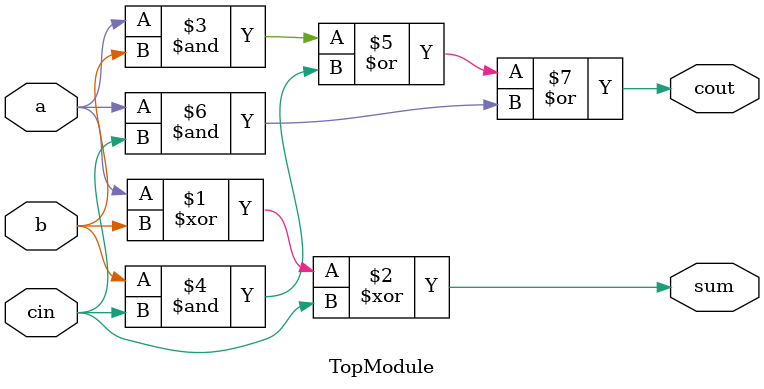
<source format=sv>
module TopModule (
    input wire a,     // Single-bit input
    input wire b,     // Single-bit input
    input wire cin,   // Single-bit carry-in input
    output wire cout, // Single-bit carry-out output
    output wire sum   // Single-bit sum output
);

    // Combinational logic for full adder
    assign sum = a ^ b ^ cin;
    assign cout = (a & b) | (b & cin) | (a & cin);

endmodule
</source>
